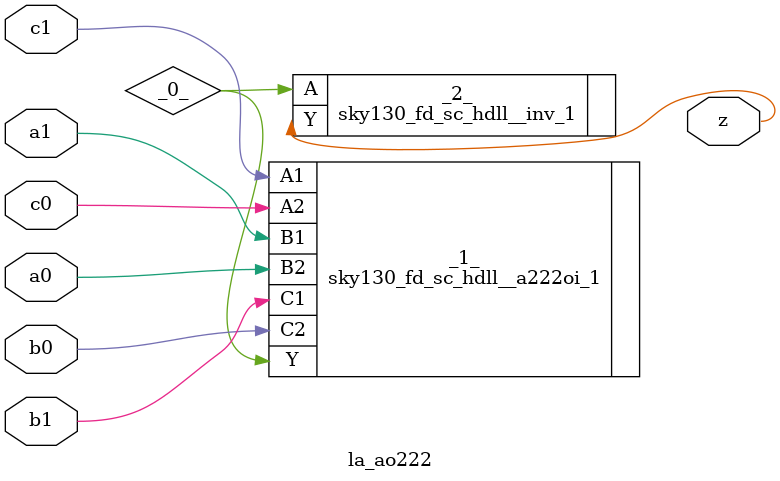
<source format=v>

/* Generated by Yosys 0.44 (git sha1 80ba43d26, g++ 11.4.0-1ubuntu1~22.04 -fPIC -O3) */

(* top =  1  *)
(* src = "generated" *)
module la_ao222 (
    a0,
    a1,
    b0,
    b1,
    c0,
    c1,
    z
);
  wire _0_;
  (* src = "generated" *)
  input a0;
  wire a0;
  (* src = "generated" *)
  input a1;
  wire a1;
  (* src = "generated" *)
  input b0;
  wire b0;
  (* src = "generated" *)
  input b1;
  wire b1;
  (* src = "generated" *)
  input c0;
  wire c0;
  (* src = "generated" *)
  input c1;
  wire c1;
  (* src = "generated" *)
  output z;
  wire z;
  sky130_fd_sc_hdll__a222oi_1 _1_ (
      .A1(c1),
      .A2(c0),
      .B1(a1),
      .B2(a0),
      .C1(b1),
      .C2(b0),
      .Y (_0_)
  );
  sky130_fd_sc_hdll__inv_1 _2_ (
      .A(_0_),
      .Y(z)
  );
endmodule

</source>
